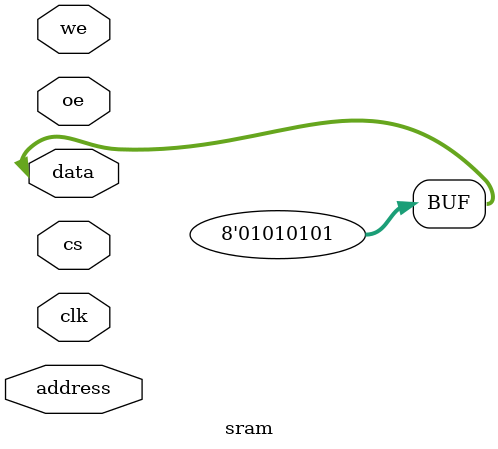
<source format=v>
`include "defines.vh"
module sram #(
        parameter DATA_WIDTH  = 8,
        parameter ADDR_WIDTH  = 7       // 128 bytes of SRAM
    )(
        input  wire                  clk,
        input  wire                  oe,
        input  wire                  cs,
        input  wire                  we,
        input  wire [ADDR_WIDTH-1:0] address,
        inout  wire [DATA_WIDTH-1:0] data
    );
 
    reg [DATA_WIDTH-1:0] memory[0:(1<<ADDR_WIDTH)-1];
    reg [DATA_WIDTH-1:0] buffer;
 
    always @(negedge clk)
    begin
        if (cs) begin
            if (we) begin
                memory[address] <= data;
            end else begin
                buffer <= memory[address];
            end
        end
    end
 
	
    assign data = 8'b01010101;//(cs && oe && !we) ? buffer : {DATA_WIDTH{1'bz}};
 
endmodule

</source>
